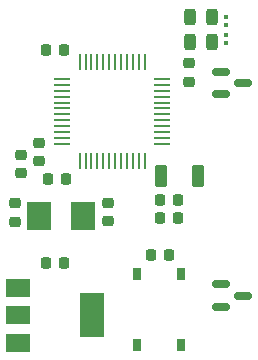
<source format=gtp>
%TF.GenerationSoftware,KiCad,Pcbnew,7.0.6*%
%TF.CreationDate,2024-09-25T21:47:57-07:00*%
%TF.ProjectId,magnetic-encoder,6d61676e-6574-4696-932d-656e636f6465,0.1*%
%TF.SameCoordinates,Original*%
%TF.FileFunction,Paste,Top*%
%TF.FilePolarity,Positive*%
%FSLAX46Y46*%
G04 Gerber Fmt 4.6, Leading zero omitted, Abs format (unit mm)*
G04 Created by KiCad (PCBNEW 7.0.6) date 2024-09-25 21:47:57*
%MOMM*%
%LPD*%
G01*
G04 APERTURE LIST*
G04 Aperture macros list*
%AMRoundRect*
0 Rectangle with rounded corners*
0 $1 Rounding radius*
0 $2 $3 $4 $5 $6 $7 $8 $9 X,Y pos of 4 corners*
0 Add a 4 corners polygon primitive as box body*
4,1,4,$2,$3,$4,$5,$6,$7,$8,$9,$2,$3,0*
0 Add four circle primitives for the rounded corners*
1,1,$1+$1,$2,$3*
1,1,$1+$1,$4,$5*
1,1,$1+$1,$6,$7*
1,1,$1+$1,$8,$9*
0 Add four rect primitives between the rounded corners*
20,1,$1+$1,$2,$3,$4,$5,0*
20,1,$1+$1,$4,$5,$6,$7,0*
20,1,$1+$1,$6,$7,$8,$9,0*
20,1,$1+$1,$8,$9,$2,$3,0*%
G04 Aperture macros list end*
%ADD10RoundRect,0.250000X0.275000X0.700000X-0.275000X0.700000X-0.275000X-0.700000X0.275000X-0.700000X0*%
%ADD11RoundRect,0.225000X0.225000X0.250000X-0.225000X0.250000X-0.225000X-0.250000X0.225000X-0.250000X0*%
%ADD12RoundRect,0.225000X-0.225000X-0.250000X0.225000X-0.250000X0.225000X0.250000X-0.225000X0.250000X0*%
%ADD13RoundRect,0.079500X-0.100500X0.079500X-0.100500X-0.079500X0.100500X-0.079500X0.100500X0.079500X0*%
%ADD14RoundRect,0.079500X0.100500X-0.079500X0.100500X0.079500X-0.100500X0.079500X-0.100500X-0.079500X0*%
%ADD15RoundRect,0.243750X0.243750X0.456250X-0.243750X0.456250X-0.243750X-0.456250X0.243750X-0.456250X0*%
%ADD16R,1.473200X0.279400*%
%ADD17R,0.279400X1.473200*%
%ADD18R,0.750000X1.000000*%
%ADD19R,2.000000X2.400000*%
%ADD20RoundRect,0.218750X-0.256250X0.218750X-0.256250X-0.218750X0.256250X-0.218750X0.256250X0.218750X0*%
%ADD21RoundRect,0.225000X-0.250000X0.225000X-0.250000X-0.225000X0.250000X-0.225000X0.250000X0.225000X0*%
%ADD22RoundRect,0.225000X0.250000X-0.225000X0.250000X0.225000X-0.250000X0.225000X-0.250000X-0.225000X0*%
%ADD23RoundRect,0.150000X-0.587500X-0.150000X0.587500X-0.150000X0.587500X0.150000X-0.587500X0.150000X0*%
%ADD24R,2.000000X1.500000*%
%ADD25R,2.000000X3.800000*%
G04 APERTURE END LIST*
D10*
%TO.C,L1*%
X84506000Y-94615000D03*
X81356000Y-94615000D03*
%TD*%
D11*
%TO.C,C10*%
X82817000Y-98171000D03*
X81267000Y-98171000D03*
%TD*%
%TO.C,C9*%
X82817000Y-96647000D03*
X81267000Y-96647000D03*
%TD*%
D12*
%TO.C,C11*%
X80505000Y-101346000D03*
X82055000Y-101346000D03*
%TD*%
D13*
%TO.C,R2*%
X86833000Y-83403000D03*
X86833000Y-82713000D03*
%TD*%
D14*
%TO.C,R1*%
X86833000Y-81189000D03*
X86833000Y-81879000D03*
%TD*%
D15*
%TO.C,D2*%
X83771500Y-83312000D03*
X85646500Y-83312000D03*
%TD*%
%TO.C,D1*%
X83771500Y-81153000D03*
X85646500Y-81153000D03*
%TD*%
D16*
%TO.C,U4*%
X72999600Y-91904000D03*
X72999600Y-91404001D03*
X72999600Y-90903999D03*
X72999600Y-90404000D03*
X72999600Y-89904001D03*
X72999600Y-89404000D03*
X72999600Y-88904000D03*
X72999600Y-88403999D03*
X72999600Y-87904000D03*
X72999600Y-87404001D03*
X72999600Y-86903999D03*
X72999600Y-86404000D03*
D17*
X74466000Y-84937600D03*
X74965999Y-84937600D03*
X75466001Y-84937600D03*
X75966000Y-84937600D03*
X76465999Y-84937600D03*
X76966000Y-84937600D03*
X77466000Y-84937600D03*
X77966001Y-84937600D03*
X78466000Y-84937600D03*
X78965999Y-84937600D03*
X79466001Y-84937600D03*
X79966000Y-84937600D03*
D16*
X81432400Y-86404000D03*
X81432400Y-86903999D03*
X81432400Y-87404001D03*
X81432400Y-87904000D03*
X81432400Y-88403999D03*
X81432400Y-88904000D03*
X81432400Y-89404000D03*
X81432400Y-89904001D03*
X81432400Y-90404000D03*
X81432400Y-90903999D03*
X81432400Y-91404001D03*
X81432400Y-91904000D03*
D17*
X79966000Y-93370400D03*
X79466001Y-93370400D03*
X78965999Y-93370400D03*
X78466000Y-93370400D03*
X77966001Y-93370400D03*
X77466000Y-93370400D03*
X76966000Y-93370400D03*
X76465999Y-93370400D03*
X75966000Y-93370400D03*
X75466001Y-93370400D03*
X74965999Y-93370400D03*
X74466000Y-93370400D03*
%TD*%
D18*
%TO.C,SW1*%
X83028000Y-102918000D03*
X83028000Y-108918000D03*
X79278000Y-102918000D03*
X79278000Y-108918000D03*
%TD*%
D19*
%TO.C,Y1*%
X71048000Y-98044000D03*
X74748000Y-98044000D03*
%TD*%
D12*
%TO.C,C8*%
X71615000Y-83947000D03*
X73165000Y-83947000D03*
%TD*%
D11*
%TO.C,C7*%
X73292000Y-94869000D03*
X71742000Y-94869000D03*
%TD*%
D20*
%TO.C,C6*%
X68961000Y-96901000D03*
X68961000Y-98476000D03*
%TD*%
D21*
%TO.C,C5*%
X83693000Y-85077000D03*
X83693000Y-86627000D03*
%TD*%
D20*
%TO.C,C4*%
X76835000Y-96875500D03*
X76835000Y-98450500D03*
%TD*%
D22*
%TO.C,C3*%
X69469000Y-94374000D03*
X69469000Y-92824000D03*
%TD*%
%TO.C,C2*%
X70993000Y-93358000D03*
X70993000Y-91808000D03*
%TD*%
D11*
%TO.C,C1*%
X71615000Y-101981000D03*
X73165000Y-101981000D03*
%TD*%
D23*
%TO.C,U3*%
X88297500Y-104745000D03*
X86422500Y-105695000D03*
X86422500Y-103795000D03*
%TD*%
D24*
%TO.C,U2*%
X69240000Y-104126000D03*
D25*
X75540000Y-106426000D03*
D24*
X69240000Y-106426000D03*
X69240000Y-108726000D03*
%TD*%
D23*
%TO.C,U1*%
X88297500Y-86745000D03*
X86422500Y-87695000D03*
X86422500Y-85795000D03*
%TD*%
M02*

</source>
